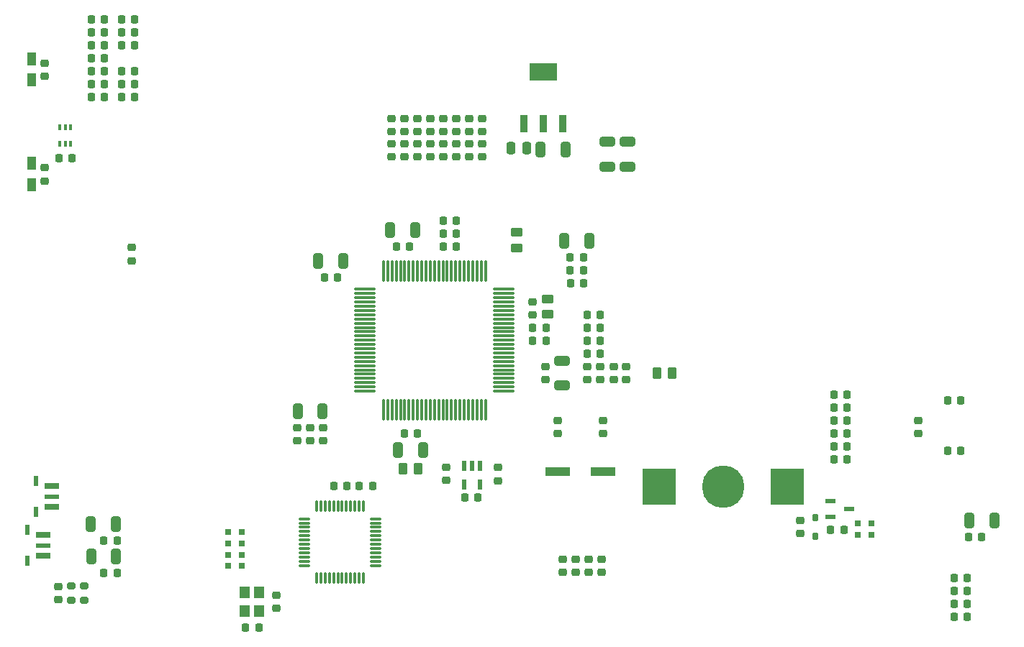
<source format=gbr>
%TF.GenerationSoftware,KiCad,Pcbnew,9.0.0*%
%TF.CreationDate,2025-05-16T22:45:05-04:00*%
%TF.ProjectId,REV.C,5245562e-432e-46b6-9963-61645f706362,0.1*%
%TF.SameCoordinates,Original*%
%TF.FileFunction,Paste,Bot*%
%TF.FilePolarity,Positive*%
%FSLAX46Y46*%
G04 Gerber Fmt 4.6, Leading zero omitted, Abs format (unit mm)*
G04 Created by KiCad (PCBNEW 9.0.0) date 2025-05-16 22:45:05*
%MOMM*%
%LPD*%
G01*
G04 APERTURE LIST*
G04 Aperture macros list*
%AMRoundRect*
0 Rectangle with rounded corners*
0 $1 Rounding radius*
0 $2 $3 $4 $5 $6 $7 $8 $9 X,Y pos of 4 corners*
0 Add a 4 corners polygon primitive as box body*
4,1,4,$2,$3,$4,$5,$6,$7,$8,$9,$2,$3,0*
0 Add four circle primitives for the rounded corners*
1,1,$1+$1,$2,$3*
1,1,$1+$1,$4,$5*
1,1,$1+$1,$6,$7*
1,1,$1+$1,$8,$9*
0 Add four rect primitives between the rounded corners*
20,1,$1+$1,$2,$3,$4,$5,0*
20,1,$1+$1,$4,$5,$6,$7,0*
20,1,$1+$1,$6,$7,$8,$9,0*
20,1,$1+$1,$8,$9,$2,$3,0*%
G04 Aperture macros list end*
%ADD10RoundRect,0.225000X0.225000X0.250000X-0.225000X0.250000X-0.225000X-0.250000X0.225000X-0.250000X0*%
%ADD11R,0.700000X0.700000*%
%ADD12RoundRect,0.225000X-0.250000X0.225000X-0.250000X-0.225000X0.250000X-0.225000X0.250000X0.225000X0*%
%ADD13RoundRect,0.250000X0.325000X0.650000X-0.325000X0.650000X-0.325000X-0.650000X0.325000X-0.650000X0*%
%ADD14RoundRect,0.250000X-0.650000X0.325000X-0.650000X-0.325000X0.650000X-0.325000X0.650000X0.325000X0*%
%ADD15RoundRect,0.100000X0.100000X-0.225000X0.100000X0.225000X-0.100000X0.225000X-0.100000X-0.225000X0*%
%ADD16RoundRect,0.250000X-0.325000X-0.650000X0.325000X-0.650000X0.325000X0.650000X-0.325000X0.650000X0*%
%ADD17RoundRect,0.225000X-0.225000X-0.250000X0.225000X-0.250000X0.225000X0.250000X-0.225000X0.250000X0*%
%ADD18RoundRect,0.225000X0.250000X-0.225000X0.250000X0.225000X-0.250000X0.225000X-0.250000X-0.225000X0*%
%ADD19R,1.000000X1.500000*%
%ADD20RoundRect,0.250000X-0.450000X0.262500X-0.450000X-0.262500X0.450000X-0.262500X0.450000X0.262500X0*%
%ADD21RoundRect,0.075000X0.075000X-1.162500X0.075000X1.162500X-0.075000X1.162500X-0.075000X-1.162500X0*%
%ADD22RoundRect,0.075000X1.162500X-0.075000X1.162500X0.075000X-1.162500X0.075000X-1.162500X-0.075000X0*%
%ADD23R,1.200000X1.400000*%
%ADD24RoundRect,0.218750X-0.218750X-0.256250X0.218750X-0.256250X0.218750X0.256250X-0.218750X0.256250X0*%
%ADD25R,1.200000X0.600000*%
%ADD26RoundRect,0.250000X0.250000X0.475000X-0.250000X0.475000X-0.250000X-0.475000X0.250000X-0.475000X0*%
%ADD27O,1.400000X0.300000*%
%ADD28O,0.300000X1.400000*%
%ADD29RoundRect,0.250000X0.650000X-0.325000X0.650000X0.325000X-0.650000X0.325000X-0.650000X-0.325000X0*%
%ADD30RoundRect,0.200000X0.275000X-0.200000X0.275000X0.200000X-0.275000X0.200000X-0.275000X-0.200000X0*%
%ADD31RoundRect,0.250000X-0.262500X-0.450000X0.262500X-0.450000X0.262500X0.450000X-0.262500X0.450000X0*%
%ADD32R,0.950000X2.150000*%
%ADD33R,3.250000X2.150000*%
%ADD34RoundRect,0.175000X0.175000X-0.275000X0.175000X0.275000X-0.175000X0.275000X-0.175000X-0.275000X0*%
%ADD35R,1.800000X0.700000*%
%ADD36R,1.800000X0.600000*%
%ADD37R,0.625000X1.300000*%
%ADD38RoundRect,0.218750X0.218750X0.256250X-0.218750X0.256250X-0.218750X-0.256250X0.218750X-0.256250X0*%
%ADD39RoundRect,0.250000X0.262500X0.450000X-0.262500X0.450000X-0.262500X-0.450000X0.262500X-0.450000X0*%
%ADD40R,3.000000X1.000000*%
%ADD41R,3.900000X4.200000*%
%ADD42C,5.000000*%
%ADD43R,0.600000X1.200000*%
G04 APERTURE END LIST*
D10*
%TO.C,R18*%
X108625000Y-63530000D03*
X107075000Y-63530000D03*
%TD*%
D11*
%TO.C,L2*%
X121260000Y-126570000D03*
X119660000Y-126570000D03*
X119660000Y-127870000D03*
X121260000Y-127870000D03*
%TD*%
D12*
%TO.C,C13*%
X161900000Y-104365000D03*
X161900000Y-105915000D03*
%TD*%
D13*
%TO.C,C46*%
X130750000Y-109665000D03*
X127800000Y-109665000D03*
%TD*%
D14*
%TO.C,C5*%
X158930000Y-103685000D03*
X158930000Y-106635000D03*
%TD*%
D12*
%TO.C,R37*%
X98010000Y-80975000D03*
X98010000Y-82525000D03*
%TD*%
D15*
%TO.C,U7*%
X101100000Y-78130000D03*
X100450000Y-78130000D03*
X99800000Y-78130000D03*
X99800000Y-76230000D03*
X100450000Y-76230000D03*
X101100000Y-76230000D03*
%TD*%
D16*
%TO.C,C6*%
X159175000Y-89570000D03*
X162125000Y-89570000D03*
%TD*%
D12*
%TO.C,C34*%
X200820000Y-110715000D03*
X200820000Y-112265000D03*
%TD*%
D10*
%TO.C,C1*%
X141885000Y-112300000D03*
X140335000Y-112300000D03*
%TD*%
D17*
%TO.C,C30*%
X99725000Y-79825000D03*
X101275000Y-79825000D03*
%TD*%
D10*
%TO.C,R31*%
X108622500Y-71130000D03*
X107072500Y-71130000D03*
%TD*%
D18*
%TO.C,C4*%
X156970000Y-105935000D03*
X156970000Y-104385000D03*
%TD*%
D10*
%TO.C,R40*%
X206575000Y-132330000D03*
X205025000Y-132330000D03*
%TD*%
D19*
%TO.C,D2*%
X96465000Y-82980000D03*
X96465000Y-80480000D03*
%TD*%
D10*
%TO.C,C24*%
X149025000Y-119812500D03*
X147475000Y-119812500D03*
%TD*%
D20*
%TO.C,FB1*%
X157220000Y-96425000D03*
X157220000Y-98250000D03*
%TD*%
D21*
%TO.C,U3*%
X149900000Y-109450000D03*
X149400000Y-109450000D03*
X148900000Y-109450000D03*
X148400000Y-109450000D03*
X147900000Y-109450000D03*
X147400000Y-109450000D03*
X146900000Y-109450000D03*
X146400000Y-109450000D03*
X145900000Y-109450000D03*
X145400000Y-109450000D03*
X144900000Y-109450000D03*
X144400000Y-109450000D03*
X143900000Y-109450000D03*
X143400000Y-109450000D03*
X142900000Y-109450000D03*
X142400000Y-109450000D03*
X141900000Y-109450000D03*
X141400000Y-109450000D03*
X140900000Y-109450000D03*
X140400000Y-109450000D03*
X139900000Y-109450000D03*
X139400000Y-109450000D03*
X138900000Y-109450000D03*
X138400000Y-109450000D03*
X137900000Y-109450000D03*
D22*
X135737500Y-107287500D03*
X135737500Y-106787500D03*
X135737500Y-106287500D03*
X135737500Y-105787500D03*
X135737500Y-105287500D03*
X135737500Y-104787500D03*
X135737500Y-104287500D03*
X135737500Y-103787500D03*
X135737500Y-103287500D03*
X135737500Y-102787500D03*
X135737500Y-102287500D03*
X135737500Y-101787500D03*
X135737500Y-101287500D03*
X135737500Y-100787500D03*
X135737500Y-100287500D03*
X135737500Y-99787500D03*
X135737500Y-99287500D03*
X135737500Y-98787500D03*
X135737500Y-98287500D03*
X135737500Y-97787500D03*
X135737500Y-97287500D03*
X135737500Y-96787500D03*
X135737500Y-96287500D03*
X135737500Y-95787500D03*
X135737500Y-95287500D03*
D21*
X137900000Y-93125000D03*
X138400000Y-93125000D03*
X138900000Y-93125000D03*
X139400000Y-93125000D03*
X139900000Y-93125000D03*
X140400000Y-93125000D03*
X140900000Y-93125000D03*
X141400000Y-93125000D03*
X141900000Y-93125000D03*
X142400000Y-93125000D03*
X142900000Y-93125000D03*
X143400000Y-93125000D03*
X143900000Y-93125000D03*
X144400000Y-93125000D03*
X144900000Y-93125000D03*
X145400000Y-93125000D03*
X145900000Y-93125000D03*
X146400000Y-93125000D03*
X146900000Y-93125000D03*
X147400000Y-93125000D03*
X147900000Y-93125000D03*
X148400000Y-93125000D03*
X148900000Y-93125000D03*
X149400000Y-93125000D03*
X149900000Y-93125000D03*
D22*
X152062500Y-95287500D03*
X152062500Y-95787500D03*
X152062500Y-96287500D03*
X152062500Y-96787500D03*
X152062500Y-97287500D03*
X152062500Y-97787500D03*
X152062500Y-98287500D03*
X152062500Y-98787500D03*
X152062500Y-99287500D03*
X152062500Y-99787500D03*
X152062500Y-100287500D03*
X152062500Y-100787500D03*
X152062500Y-101287500D03*
X152062500Y-101787500D03*
X152062500Y-102287500D03*
X152062500Y-102787500D03*
X152062500Y-103287500D03*
X152062500Y-103787500D03*
X152062500Y-104287500D03*
X152062500Y-104787500D03*
X152062500Y-105287500D03*
X152062500Y-105787500D03*
X152062500Y-106287500D03*
X152062500Y-106787500D03*
X152062500Y-107287500D03*
%TD*%
D18*
%TO.C,C44*%
X129285000Y-113140000D03*
X129285000Y-111590000D03*
%TD*%
D10*
%TO.C,C12*%
X161425000Y-93050000D03*
X159875000Y-93050000D03*
%TD*%
D17*
%TO.C,C33*%
X190870000Y-115280000D03*
X192420000Y-115280000D03*
%TD*%
%TO.C,R25*%
X190870000Y-113760000D03*
X192420000Y-113760000D03*
%TD*%
%TO.C,C28*%
X144910000Y-87170000D03*
X146460000Y-87170000D03*
%TD*%
D23*
%TO.C,X2*%
X121600000Y-133220000D03*
X121600000Y-131020000D03*
X123300000Y-131020000D03*
X123300000Y-133220000D03*
%TD*%
D10*
%TO.C,R39*%
X206575000Y-130810000D03*
X205025000Y-130810000D03*
%TD*%
D24*
%TO.C,F3*%
X105000000Y-124850000D03*
X106575000Y-124850000D03*
%TD*%
D12*
%TO.C,R3*%
X138850000Y-78165000D03*
X138850000Y-79715000D03*
%TD*%
D10*
%TO.C,C50*%
X136610000Y-118450000D03*
X135060000Y-118450000D03*
%TD*%
D12*
%TO.C,R1*%
X140370000Y-78165000D03*
X140370000Y-79715000D03*
%TD*%
D17*
%TO.C,R26*%
X204275000Y-108360000D03*
X205825000Y-108360000D03*
%TD*%
%TO.C,C3*%
X144910000Y-90230000D03*
X146460000Y-90230000D03*
%TD*%
D12*
%TO.C,C26*%
X99620000Y-130295000D03*
X99620000Y-131845000D03*
%TD*%
D17*
%TO.C,R14*%
X103500000Y-69610000D03*
X105050000Y-69610000D03*
%TD*%
D16*
%TO.C,C25*%
X206855000Y-122500000D03*
X209805000Y-122500000D03*
%TD*%
D25*
%TO.C,Q2*%
X190450000Y-122110000D03*
X192650000Y-121160000D03*
X190450000Y-120210000D03*
%TD*%
D10*
%TO.C,R30*%
X108625000Y-69610000D03*
X107075000Y-69610000D03*
%TD*%
D17*
%TO.C,C2*%
X139405000Y-90230000D03*
X140955000Y-90230000D03*
%TD*%
D26*
%TO.C,C29*%
X154760000Y-78700000D03*
X152860000Y-78700000D03*
%TD*%
D17*
%TO.C,C15*%
X155455000Y-99820000D03*
X157005000Y-99820000D03*
%TD*%
D16*
%TO.C,C62*%
X139635000Y-114255023D03*
X142585000Y-114255023D03*
%TD*%
D27*
%TO.C,U6*%
X136990000Y-122315000D03*
X136990000Y-122815000D03*
X136990000Y-123315000D03*
X136990000Y-123815000D03*
X136990000Y-124315000D03*
X136990000Y-124815000D03*
X136990000Y-125315000D03*
X136990000Y-125815000D03*
X136990000Y-126315000D03*
X136990000Y-126815000D03*
X136990000Y-127315000D03*
X136990000Y-127815000D03*
D28*
X135540000Y-129265000D03*
X135040000Y-129265000D03*
X134540000Y-129265000D03*
X134040000Y-129265000D03*
X133540000Y-129265000D03*
X133040000Y-129265000D03*
X132540000Y-129265000D03*
X132040000Y-129265000D03*
X131540000Y-129265000D03*
X131040000Y-129265000D03*
X130540000Y-129265000D03*
X130040000Y-129265000D03*
D27*
X128590000Y-127815000D03*
X128590000Y-127315000D03*
X128590000Y-126815000D03*
X128590000Y-126315000D03*
X128590000Y-125815000D03*
X128590000Y-125315000D03*
X128590000Y-124815000D03*
X128590000Y-124315000D03*
X128590000Y-123815000D03*
X128590000Y-123315000D03*
X128590000Y-122815000D03*
X128590000Y-122315000D03*
D28*
X130040000Y-120865000D03*
X130540000Y-120865000D03*
X131040000Y-120865000D03*
X131540000Y-120865000D03*
X132040000Y-120865000D03*
X132540000Y-120865000D03*
X133040000Y-120865000D03*
X133540000Y-120865000D03*
X134040000Y-120865000D03*
X134540000Y-120865000D03*
X135040000Y-120865000D03*
X135540000Y-120865000D03*
%TD*%
D18*
%TO.C,R44*%
X160510000Y-128620000D03*
X160510000Y-127070000D03*
%TD*%
D12*
%TO.C,C43*%
X186970000Y-122490000D03*
X186970000Y-124040000D03*
%TD*%
D17*
%TO.C,R24*%
X190870000Y-112240000D03*
X192420000Y-112240000D03*
%TD*%
D10*
%TO.C,R28*%
X108627500Y-65050000D03*
X107077500Y-65050000D03*
%TD*%
%TO.C,R41*%
X206575000Y-133850000D03*
X205025000Y-133850000D03*
%TD*%
D29*
%TO.C,C38*%
X164220000Y-80885000D03*
X164220000Y-77935000D03*
%TD*%
D18*
%TO.C,C37*%
X127760000Y-113140000D03*
X127760000Y-111590000D03*
%TD*%
D12*
%TO.C,R2*%
X147970000Y-78165000D03*
X147970000Y-79715000D03*
%TD*%
D30*
%TO.C,R42*%
X102660000Y-131895000D03*
X102660000Y-130245000D03*
%TD*%
D12*
%TO.C,R19*%
X98010000Y-68640000D03*
X98010000Y-70190000D03*
%TD*%
D24*
%TO.C,F1*%
X205012500Y-129290000D03*
X206587500Y-129290000D03*
%TD*%
D12*
%TO.C,R5*%
X108300000Y-90375000D03*
X108300000Y-91925000D03*
%TD*%
D17*
%TO.C,R36*%
X161880000Y-102860000D03*
X163430000Y-102860000D03*
%TD*%
D13*
%TO.C,C48*%
X106445000Y-126790000D03*
X103495000Y-126790000D03*
%TD*%
D12*
%TO.C,C8*%
X155470000Y-96760000D03*
X155470000Y-98310000D03*
%TD*%
D17*
%TO.C,C54*%
X121690000Y-135130000D03*
X123240000Y-135130000D03*
%TD*%
D12*
%TO.C,R10*%
X145250000Y-116237500D03*
X145250000Y-117787500D03*
%TD*%
%TO.C,R46*%
X162030000Y-127070000D03*
X162030000Y-128620000D03*
%TD*%
D17*
%TO.C,R22*%
X190870000Y-109200000D03*
X192420000Y-109200000D03*
%TD*%
D12*
%TO.C,C20*%
X143410000Y-78165000D03*
X143410000Y-79715000D03*
%TD*%
%TO.C,C52*%
X125260000Y-131335000D03*
X125260000Y-132885000D03*
%TD*%
D18*
%TO.C,C45*%
X130810000Y-113140000D03*
X130810000Y-111590000D03*
%TD*%
D16*
%TO.C,C35*%
X156405000Y-78870000D03*
X159355000Y-78870000D03*
%TD*%
D10*
%TO.C,C49*%
X133590000Y-118450000D03*
X132040000Y-118450000D03*
%TD*%
D17*
%TO.C,C7*%
X159875000Y-91520000D03*
X161425000Y-91520000D03*
%TD*%
D31*
%TO.C,FB2*%
X140177500Y-116420000D03*
X142002500Y-116420000D03*
%TD*%
D10*
%TO.C,C27*%
X146460000Y-88700000D03*
X144910000Y-88700000D03*
%TD*%
D18*
%TO.C,R21*%
X166480000Y-105915000D03*
X166480000Y-104365000D03*
%TD*%
D12*
%TO.C,C22*%
X141890000Y-78165000D03*
X141890000Y-79715000D03*
%TD*%
D17*
%TO.C,R34*%
X161880000Y-98300000D03*
X163430000Y-98300000D03*
%TD*%
D24*
%TO.C,F4*%
X105000000Y-128730000D03*
X106575000Y-128730000D03*
%TD*%
D17*
%TO.C,R17*%
X103500000Y-63530000D03*
X105050000Y-63530000D03*
%TD*%
D18*
%TO.C,R20*%
X163430000Y-105915000D03*
X163430000Y-104365000D03*
%TD*%
D17*
%TO.C,C32*%
X190870000Y-107680000D03*
X192420000Y-107680000D03*
%TD*%
D20*
%TO.C,FB4*%
X153580000Y-88597500D03*
X153580000Y-90422500D03*
%TD*%
D10*
%TO.C,R33*%
X163430000Y-99820000D03*
X161880000Y-99820000D03*
%TD*%
D18*
%TO.C,C17*%
X147970000Y-76700000D03*
X147970000Y-75150000D03*
%TD*%
%TO.C,C19*%
X149490000Y-76700000D03*
X149490000Y-75150000D03*
%TD*%
%TO.C,C10*%
X158380000Y-112300000D03*
X158380000Y-110750000D03*
%TD*%
%TO.C,C18*%
X138850000Y-76700000D03*
X138850000Y-75150000D03*
%TD*%
D17*
%TO.C,R15*%
X103500000Y-66570000D03*
X105050000Y-66570000D03*
%TD*%
D10*
%TO.C,R32*%
X108622500Y-72650000D03*
X107072500Y-72650000D03*
%TD*%
D17*
%TO.C,R13*%
X103500000Y-71130000D03*
X105050000Y-71130000D03*
%TD*%
D12*
%TO.C,C23*%
X146450000Y-78165000D03*
X146450000Y-79715000D03*
%TD*%
D10*
%TO.C,C36*%
X105050000Y-68090000D03*
X103500000Y-68090000D03*
%TD*%
D17*
%TO.C,R23*%
X190870000Y-110720000D03*
X192420000Y-110720000D03*
%TD*%
D12*
%TO.C,R11*%
X143410000Y-75150000D03*
X143410000Y-76700000D03*
%TD*%
D18*
%TO.C,R43*%
X158990000Y-128620000D03*
X158990000Y-127070000D03*
%TD*%
D11*
%TO.C,L3*%
X121260000Y-123890000D03*
X119660000Y-123890000D03*
X119660000Y-125190000D03*
X121260000Y-125190000D03*
%TD*%
D16*
%TO.C,C53*%
X130245000Y-91920000D03*
X133195000Y-91920000D03*
%TD*%
D32*
%TO.C,U4*%
X159000000Y-75740000D03*
X156700000Y-75740000D03*
D33*
X156700000Y-69690000D03*
D32*
X154400000Y-75740000D03*
%TD*%
D10*
%TO.C,R38*%
X192065000Y-123580000D03*
X190515000Y-123580000D03*
%TD*%
D13*
%TO.C,C47*%
X106440000Y-122910000D03*
X103490000Y-122910000D03*
%TD*%
D17*
%TO.C,R16*%
X103500000Y-65050000D03*
X105050000Y-65050000D03*
%TD*%
D34*
%TO.C,D3*%
X188720000Y-124360000D03*
X188720000Y-122160000D03*
%TD*%
D19*
%TO.C,D1*%
X96465000Y-70630000D03*
X96465000Y-68130000D03*
%TD*%
D13*
%TO.C,C61*%
X141655000Y-88274977D03*
X138705000Y-88274977D03*
%TD*%
D35*
%TO.C,SW2*%
X97900000Y-126650000D03*
X97900000Y-124250000D03*
D36*
X97900000Y-125450000D03*
D37*
X95962500Y-127300000D03*
X95962500Y-123600000D03*
%TD*%
D18*
%TO.C,C31*%
X164960000Y-105915000D03*
X164960000Y-104365000D03*
%TD*%
D35*
%TO.C,SW3*%
X98917500Y-120890000D03*
X98917500Y-118490000D03*
D36*
X98917500Y-119690000D03*
D37*
X96980000Y-121540000D03*
X96980000Y-117840000D03*
%TD*%
D38*
%TO.C,F2*%
X208292500Y-124440000D03*
X206717500Y-124440000D03*
%TD*%
D12*
%TO.C,R4*%
X149490000Y-78165000D03*
X149490000Y-79715000D03*
%TD*%
D39*
%TO.C,FB3*%
X171882500Y-105150000D03*
X170057500Y-105150000D03*
%TD*%
D10*
%TO.C,R29*%
X108625000Y-66570000D03*
X107075000Y-66570000D03*
%TD*%
D18*
%TO.C,C9*%
X163740000Y-112300000D03*
X163740000Y-110750000D03*
%TD*%
D10*
%TO.C,C11*%
X161430000Y-94570000D03*
X159880000Y-94570000D03*
%TD*%
D17*
%TO.C,C16*%
X155455000Y-101350000D03*
X157005000Y-101350000D03*
%TD*%
D11*
%TO.C,L1*%
X195320000Y-122870000D03*
X193720000Y-122870000D03*
X193720000Y-124170000D03*
X195320000Y-124170000D03*
%TD*%
D12*
%TO.C,R45*%
X163550000Y-127070000D03*
X163550000Y-128620000D03*
%TD*%
D17*
%TO.C,R12*%
X103500000Y-72650000D03*
X105050000Y-72650000D03*
%TD*%
D18*
%TO.C,C14*%
X140370000Y-76700000D03*
X140370000Y-75150000D03*
%TD*%
D30*
%TO.C,R47*%
X101140000Y-131895000D03*
X101140000Y-130245000D03*
%TD*%
D40*
%TO.C,X1*%
X163720000Y-116730000D03*
X158380000Y-116730000D03*
%TD*%
D10*
%TO.C,R35*%
X163430000Y-101340000D03*
X161880000Y-101340000D03*
%TD*%
D12*
%TO.C,C21*%
X144930000Y-78165000D03*
X144930000Y-79715000D03*
%TD*%
%TO.C,R6*%
X146450000Y-75150000D03*
X146450000Y-76700000D03*
%TD*%
D17*
%TO.C,C51*%
X130945000Y-93870094D03*
X132495000Y-93870094D03*
%TD*%
%TO.C,R27*%
X204275000Y-114290000D03*
X205825000Y-114290000D03*
%TD*%
D41*
%TO.C,BT1*%
X170340000Y-118520000D03*
X185440000Y-118520000D03*
D42*
X177890000Y-118520000D03*
%TD*%
D12*
%TO.C,R8*%
X144930000Y-75150000D03*
X144930000Y-76700000D03*
%TD*%
D29*
%TO.C,C39*%
X166600000Y-80885000D03*
X166600000Y-77935000D03*
%TD*%
D12*
%TO.C,R9*%
X151350000Y-116275000D03*
X151350000Y-117825000D03*
%TD*%
D43*
%TO.C,U2*%
X147350000Y-116050000D03*
X148300000Y-116050000D03*
X149250000Y-116050000D03*
X149250000Y-118250000D03*
X147350000Y-118250000D03*
%TD*%
D12*
%TO.C,R7*%
X141890000Y-75150000D03*
X141890000Y-76700000D03*
%TD*%
M02*

</source>
